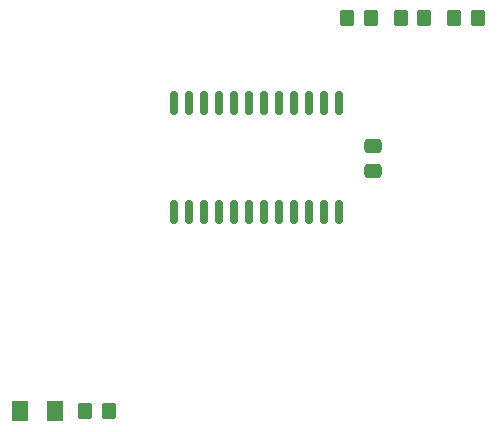
<source format=gbr>
%TF.GenerationSoftware,KiCad,Pcbnew,6.0.11+dfsg-1~bpo11+1*%
%TF.CreationDate,2023-04-06T13:49:23+02:00*%
%TF.ProjectId,dvert_11,64766572-745f-4313-912e-6b696361645f,1.1*%
%TF.SameCoordinates,Original*%
%TF.FileFunction,Paste,Top*%
%TF.FilePolarity,Positive*%
%FSLAX46Y46*%
G04 Gerber Fmt 4.6, Leading zero omitted, Abs format (unit mm)*
G04 Created by KiCad (PCBNEW 6.0.11+dfsg-1~bpo11+1) date 2023-04-06 13:49:23*
%MOMM*%
%LPD*%
G01*
G04 APERTURE LIST*
G04 Aperture macros list*
%AMRoundRect*
0 Rectangle with rounded corners*
0 $1 Rounding radius*
0 $2 $3 $4 $5 $6 $7 $8 $9 X,Y pos of 4 corners*
0 Add a 4 corners polygon primitive as box body*
4,1,4,$2,$3,$4,$5,$6,$7,$8,$9,$2,$3,0*
0 Add four circle primitives for the rounded corners*
1,1,$1+$1,$2,$3*
1,1,$1+$1,$4,$5*
1,1,$1+$1,$6,$7*
1,1,$1+$1,$8,$9*
0 Add four rect primitives between the rounded corners*
20,1,$1+$1,$2,$3,$4,$5,0*
20,1,$1+$1,$4,$5,$6,$7,0*
20,1,$1+$1,$6,$7,$8,$9,0*
20,1,$1+$1,$8,$9,$2,$3,0*%
G04 Aperture macros list end*
%ADD10RoundRect,0.250000X0.350000X0.450000X-0.350000X0.450000X-0.350000X-0.450000X0.350000X-0.450000X0*%
%ADD11RoundRect,0.150000X-0.150000X0.875000X-0.150000X-0.875000X0.150000X-0.875000X0.150000X0.875000X0*%
%ADD12RoundRect,0.250001X-0.462499X-0.624999X0.462499X-0.624999X0.462499X0.624999X-0.462499X0.624999X0*%
%ADD13RoundRect,0.250000X0.475000X-0.337500X0.475000X0.337500X-0.475000X0.337500X-0.475000X-0.337500X0*%
G04 APERTURE END LIST*
D10*
%TO.C,R2*%
X161200000Y-88950000D03*
X159200000Y-88950000D03*
%TD*%
D11*
%TO.C,U1*%
X153985000Y-96080000D03*
X152715000Y-96080000D03*
X151445000Y-96080000D03*
X150175000Y-96080000D03*
X148905000Y-96080000D03*
X147635000Y-96080000D03*
X146365000Y-96080000D03*
X145095000Y-96080000D03*
X143825000Y-96080000D03*
X142555000Y-96080000D03*
X141285000Y-96080000D03*
X140015000Y-96080000D03*
X140015000Y-105380000D03*
X141285000Y-105380000D03*
X142555000Y-105380000D03*
X143825000Y-105380000D03*
X145095000Y-105380000D03*
X146365000Y-105380000D03*
X147635000Y-105380000D03*
X148905000Y-105380000D03*
X150175000Y-105380000D03*
X151445000Y-105380000D03*
X152715000Y-105380000D03*
X153985000Y-105380000D03*
%TD*%
D10*
%TO.C,R3*%
X156650000Y-88950000D03*
X154650000Y-88950000D03*
%TD*%
%TO.C,R4*%
X134477500Y-122230000D03*
X132477500Y-122230000D03*
%TD*%
%TO.C,R1*%
X165750000Y-88950000D03*
X163750000Y-88950000D03*
%TD*%
D12*
%TO.C,D1*%
X126990000Y-122230000D03*
X129965000Y-122230000D03*
%TD*%
D13*
%TO.C,C1*%
X156880000Y-101855000D03*
X156880000Y-99780000D03*
%TD*%
M02*

</source>
